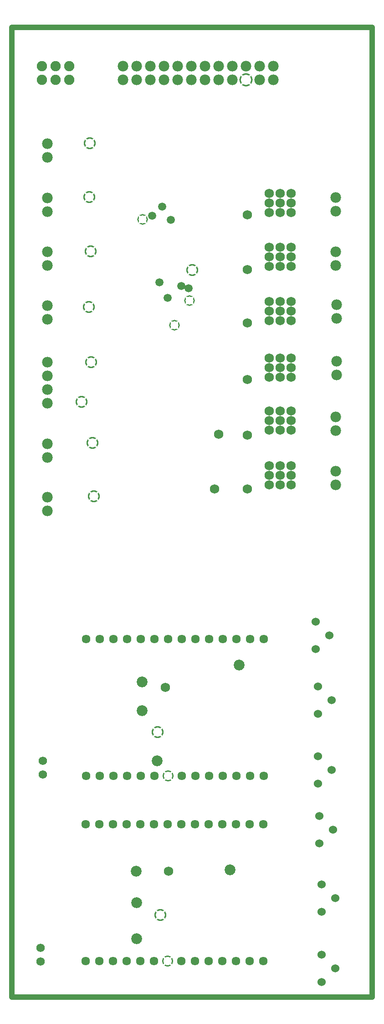
<source format=gbr>
G04 Layer_Physical_Order=2*
G04 Layer_Color=32768*
%FSLAX26Y26*%
%MOIN*%
%TF.FileFunction,Copper,L2,Inr,Plane*%
%TF.Part,Single*%
G01*
G75*
%TA.AperFunction,NonConductor*%
%ADD31C,0.040000*%
%TA.AperFunction,ComponentPad*%
%ADD32C,0.077402*%
G04:AMPARAMS|DCode=33|XSize=97.402mil|YSize=97.402mil|CornerRadius=0mil|HoleSize=0mil|Usage=FLASHONLY|Rotation=0.000|XOffset=0mil|YOffset=0mil|HoleType=Round|Shape=Relief|Width=10mil|Gap=10mil|Entries=4|*
%AMTHD33*
7,0,0,0.097402,0.077402,0.010000,45*
%
%ADD33THD33*%
%ADD34C,0.079370*%
%ADD35C,0.075433*%
%ADD36C,0.063622*%
G04:AMPARAMS|DCode=37|XSize=83.622mil|YSize=83.622mil|CornerRadius=0mil|HoleSize=0mil|Usage=FLASHONLY|Rotation=0.000|XOffset=0mil|YOffset=0mil|HoleType=Round|Shape=Relief|Width=10mil|Gap=10mil|Entries=4|*
%AMTHD37*
7,0,0,0.083622,0.063622,0.010000,45*
%
%ADD37THD37*%
%ADD38C,0.060000*%
%ADD39C,0.061654*%
%TA.AperFunction,ViaPad*%
G04:AMPARAMS|DCode=40|XSize=88mil|YSize=88mil|CornerRadius=0mil|HoleSize=0mil|Usage=FLASHONLY|Rotation=0.000|XOffset=0mil|YOffset=0mil|HoleType=Round|Shape=Relief|Width=10mil|Gap=10mil|Entries=4|*
%AMTHD40*
7,0,0,0.088000,0.068000,0.010000,45*
%
%ADD40THD40*%
%ADD41C,0.059685*%
%ADD42C,0.068000*%
G04:AMPARAMS|DCode=43|XSize=79.685mil|YSize=79.685mil|CornerRadius=0mil|HoleSize=0mil|Usage=FLASHONLY|Rotation=0.000|XOffset=0mil|YOffset=0mil|HoleType=Round|Shape=Relief|Width=10mil|Gap=10mil|Entries=4|*
%AMTHD43*
7,0,0,0.079685,0.059685,0.010000,45*
%
%ADD43THD43*%
D31*
X-1Y0D02*
X0Y7086615D01*
X-1Y0D02*
X2637794Y-0D01*
X2637796Y7086613D01*
X0Y7086615D02*
X2637796Y7086613D01*
D32*
X1914504Y6701402D02*
D03*
Y6801402D02*
D03*
X814504Y6701402D02*
D03*
X914504D02*
D03*
X1014504D02*
D03*
X1114504D02*
D03*
X1214504D02*
D03*
X1314504D02*
D03*
X1414504D02*
D03*
X1514504D02*
D03*
X1614504D02*
D03*
X814504Y6801402D02*
D03*
X914504D02*
D03*
X1014504D02*
D03*
X1114504D02*
D03*
X1214504D02*
D03*
X1314504D02*
D03*
X1414504D02*
D03*
X1514504D02*
D03*
X1614504D02*
D03*
X1714504D02*
D03*
X1814504D02*
D03*
Y6701402D02*
D03*
X2370018Y3740444D02*
D03*
Y3840444D02*
D03*
X259782Y4337568D02*
D03*
Y4437568D02*
D03*
Y4537568D02*
D03*
Y4637568D02*
D03*
X2375924Y4543868D02*
D03*
Y4643868D02*
D03*
Y4957254D02*
D03*
Y5057254D02*
D03*
X2370018Y4138358D02*
D03*
Y4238358D02*
D03*
Y5743250D02*
D03*
Y5843250D02*
D03*
X259782Y3551742D02*
D03*
Y3651742D02*
D03*
X2370018Y5345706D02*
D03*
Y5445706D02*
D03*
X259782Y3941506D02*
D03*
Y4041506D02*
D03*
Y5740062D02*
D03*
Y5840062D02*
D03*
Y5345706D02*
D03*
Y5445706D02*
D03*
Y4951348D02*
D03*
Y5051348D02*
D03*
Y6134418D02*
D03*
Y6234418D02*
D03*
D33*
X1714504Y6701402D02*
D03*
D34*
X1664504Y2426402D02*
D03*
X1064504Y1726402D02*
D03*
X954504Y2091402D02*
D03*
Y2301402D02*
D03*
X914504Y426402D02*
D03*
X911504Y688402D02*
D03*
X909504Y917402D02*
D03*
X1597504Y929402D02*
D03*
D35*
X220412Y6700168D02*
D03*
X320412D02*
D03*
X420412D02*
D03*
Y6800168D02*
D03*
X320412D02*
D03*
X220412D02*
D03*
D36*
X543246Y1613554D02*
D03*
X643246D02*
D03*
X743246D02*
D03*
X843246D02*
D03*
X943246D02*
D03*
X1043246D02*
D03*
X1243246D02*
D03*
X1343246D02*
D03*
X1443246D02*
D03*
X1543246D02*
D03*
X1643246D02*
D03*
X1743246D02*
D03*
X1843246D02*
D03*
X543246Y2613554D02*
D03*
X643246D02*
D03*
X743246D02*
D03*
X843246D02*
D03*
X943246D02*
D03*
X1043246D02*
D03*
X1143246D02*
D03*
X1243246D02*
D03*
X1343246D02*
D03*
X1443246D02*
D03*
X1543246D02*
D03*
X1643246D02*
D03*
X1743246D02*
D03*
X1843246D02*
D03*
X538324Y260208D02*
D03*
X638324D02*
D03*
X738324D02*
D03*
X838324D02*
D03*
X938324D02*
D03*
X1038324D02*
D03*
X1238324D02*
D03*
X1338324D02*
D03*
X1438324D02*
D03*
X1538324D02*
D03*
X1638324D02*
D03*
X1738324D02*
D03*
X1838324D02*
D03*
X538324Y1260208D02*
D03*
X638324D02*
D03*
X738324D02*
D03*
X838324D02*
D03*
X938324D02*
D03*
X1038324D02*
D03*
X1138324D02*
D03*
X1238324D02*
D03*
X1338324D02*
D03*
X1438324D02*
D03*
X1538324D02*
D03*
X1638324D02*
D03*
X1738324D02*
D03*
X1838324D02*
D03*
D37*
X1143246Y1613554D02*
D03*
X1138324Y260208D02*
D03*
D38*
X2221505Y2743401D02*
D03*
Y2543401D02*
D03*
X2321505Y2643401D02*
D03*
X2248505Y1321250D02*
D03*
Y1121250D02*
D03*
X2348505Y1221250D02*
D03*
X2240504Y2267401D02*
D03*
Y2067401D02*
D03*
X2340504Y2167401D02*
D03*
X2267504Y823390D02*
D03*
Y623390D02*
D03*
X2367504Y723390D02*
D03*
X2240504Y1757402D02*
D03*
Y1557402D02*
D03*
X2340504Y1657402D02*
D03*
X2267504Y307402D02*
D03*
Y107402D02*
D03*
X2367504Y207402D02*
D03*
D39*
X209504Y359402D02*
D03*
Y259402D02*
D03*
X225504Y1724402D02*
D03*
Y1624402D02*
D03*
D40*
X570000Y6240000D02*
D03*
X510000Y4350000D02*
D03*
X1065504Y1936402D02*
D03*
X1085504Y597402D02*
D03*
X600000Y3660000D02*
D03*
X590000Y4050000D02*
D03*
X563504Y5043402D02*
D03*
X576504Y5449402D02*
D03*
X566504Y5844402D02*
D03*
X1321238Y5310668D02*
D03*
X580000Y4640000D02*
D03*
D41*
X1141120Y5107726D02*
D03*
X1080018Y5223250D02*
D03*
X1294504Y5177402D02*
D03*
X1239504Y5196402D02*
D03*
X1163504Y5678402D02*
D03*
X1026504Y5707402D02*
D03*
X1100504Y5774402D02*
D03*
D42*
X1724348Y4105680D02*
D03*
Y4511190D02*
D03*
Y4924576D02*
D03*
Y5314340D02*
D03*
Y5715916D02*
D03*
X1884504Y5871402D02*
D03*
Y5801402D02*
D03*
Y5731402D02*
D03*
X1964504D02*
D03*
X2044504D02*
D03*
Y5801402D02*
D03*
Y5871402D02*
D03*
X1964504Y5801402D02*
D03*
Y5871402D02*
D03*
Y5477042D02*
D03*
Y5407042D02*
D03*
X2044504Y5477042D02*
D03*
Y5407042D02*
D03*
Y5337042D02*
D03*
X1964504D02*
D03*
X1884504D02*
D03*
Y5407042D02*
D03*
Y5477042D02*
D03*
X1964504Y5082686D02*
D03*
Y5012686D02*
D03*
X2044504Y5082686D02*
D03*
Y5012686D02*
D03*
Y4942686D02*
D03*
X1964504D02*
D03*
X1884504D02*
D03*
Y5012686D02*
D03*
Y5082686D02*
D03*
X1964504Y4668908D02*
D03*
Y4598908D02*
D03*
X2044504Y4668908D02*
D03*
Y4598908D02*
D03*
Y4528908D02*
D03*
X1964504D02*
D03*
X1884504D02*
D03*
Y4598908D02*
D03*
Y4668908D02*
D03*
X1964504Y4281402D02*
D03*
Y4211402D02*
D03*
X2044504Y4281402D02*
D03*
Y4211402D02*
D03*
Y4141402D02*
D03*
X1964504D02*
D03*
X1884504D02*
D03*
Y4211402D02*
D03*
Y4281402D02*
D03*
X1964504Y3881402D02*
D03*
Y3811402D02*
D03*
X2044504Y3881402D02*
D03*
Y3811402D02*
D03*
Y3741402D02*
D03*
X1964504D02*
D03*
X1884504D02*
D03*
Y3811402D02*
D03*
Y3881402D02*
D03*
X1724504Y3711402D02*
D03*
X1484504D02*
D03*
X1514504Y4111402D02*
D03*
X1147504Y918402D02*
D03*
X1123504Y2262402D02*
D03*
D43*
X1188050Y4908908D02*
D03*
X1300504Y5089402D02*
D03*
X957504Y5681402D02*
D03*
%TF.MD5,46785432203dc8b85a37dce9883f8a71*%
M02*

</source>
